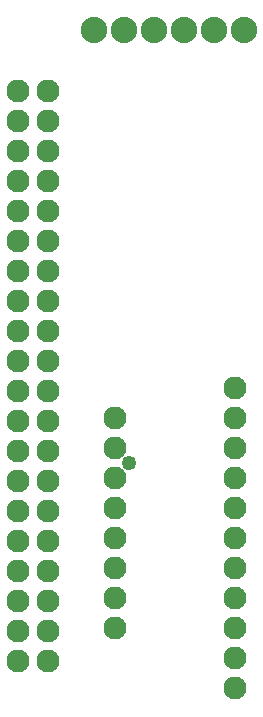
<source format=gbs>
G04 MADE WITH FRITZING*
G04 WWW.FRITZING.ORG*
G04 DOUBLE SIDED*
G04 HOLES PLATED*
G04 CONTOUR ON CENTER OF CONTOUR VECTOR*
%ASAXBY*%
%FSLAX23Y23*%
%MOIN*%
%OFA0B0*%
%SFA1.0B1.0*%
%ADD10C,0.088000*%
%ADD11C,0.076929*%
%ADD12C,0.049370*%
%LNMASK0*%
G90*
G70*
G54D10*
X853Y2445D03*
X753Y2445D03*
X653Y2445D03*
X553Y2445D03*
X453Y2445D03*
X353Y2445D03*
G54D11*
X100Y2241D03*
X100Y2141D03*
X100Y2041D03*
X100Y1941D03*
X100Y1841D03*
X100Y1741D03*
X100Y1641D03*
X100Y1541D03*
X100Y1441D03*
X100Y1341D03*
X100Y1241D03*
X100Y1141D03*
X100Y1041D03*
X100Y941D03*
X100Y841D03*
X100Y741D03*
X100Y641D03*
X100Y541D03*
X100Y441D03*
X100Y341D03*
X100Y2241D03*
X100Y2141D03*
X100Y2041D03*
X100Y1941D03*
X100Y1841D03*
X100Y1741D03*
X100Y1641D03*
X100Y1541D03*
X100Y1441D03*
X100Y1341D03*
X100Y1241D03*
X100Y1141D03*
X100Y1041D03*
X100Y941D03*
X100Y841D03*
X100Y741D03*
X100Y641D03*
X100Y541D03*
X100Y441D03*
X100Y341D03*
X200Y341D03*
X200Y441D03*
X200Y541D03*
X200Y641D03*
X200Y741D03*
X200Y841D03*
X200Y941D03*
X200Y1041D03*
X200Y1141D03*
X200Y1241D03*
X200Y1341D03*
X200Y1441D03*
X200Y1541D03*
X200Y1641D03*
X200Y1741D03*
X200Y1841D03*
X200Y1941D03*
X200Y2041D03*
X200Y2141D03*
X200Y2241D03*
X423Y1153D03*
X423Y1053D03*
X423Y953D03*
X423Y853D03*
X423Y753D03*
X423Y653D03*
X423Y553D03*
X423Y453D03*
X824Y1251D03*
X824Y1151D03*
X824Y1051D03*
X824Y951D03*
X824Y851D03*
X824Y751D03*
X824Y651D03*
X824Y551D03*
X824Y451D03*
X824Y351D03*
X824Y251D03*
G54D12*
X470Y1002D03*
G04 End of Mask0*
M02*
</source>
